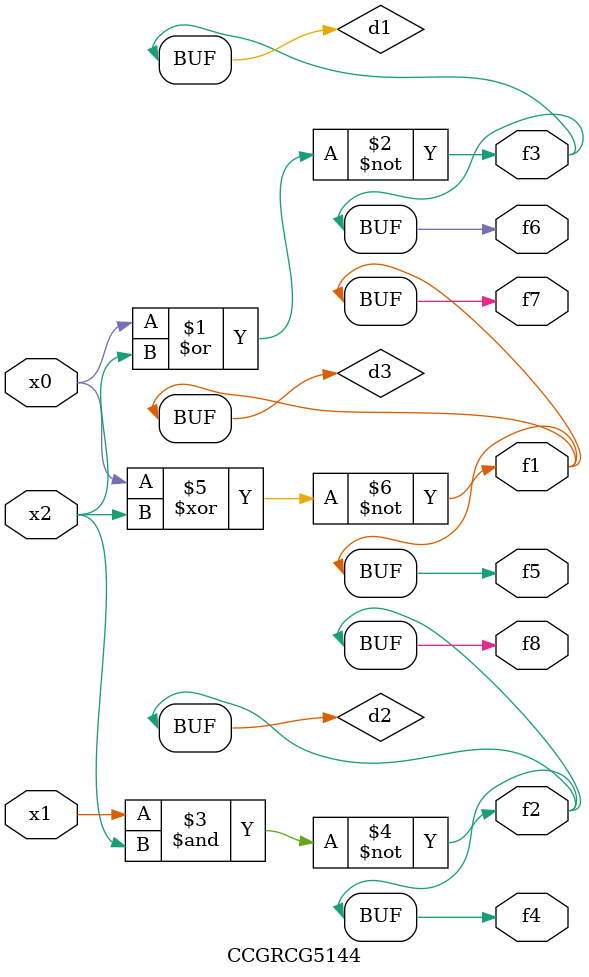
<source format=v>
module CCGRCG5144(
	input x0, x1, x2,
	output f1, f2, f3, f4, f5, f6, f7, f8
);

	wire d1, d2, d3;

	nor (d1, x0, x2);
	nand (d2, x1, x2);
	xnor (d3, x0, x2);
	assign f1 = d3;
	assign f2 = d2;
	assign f3 = d1;
	assign f4 = d2;
	assign f5 = d3;
	assign f6 = d1;
	assign f7 = d3;
	assign f8 = d2;
endmodule

</source>
